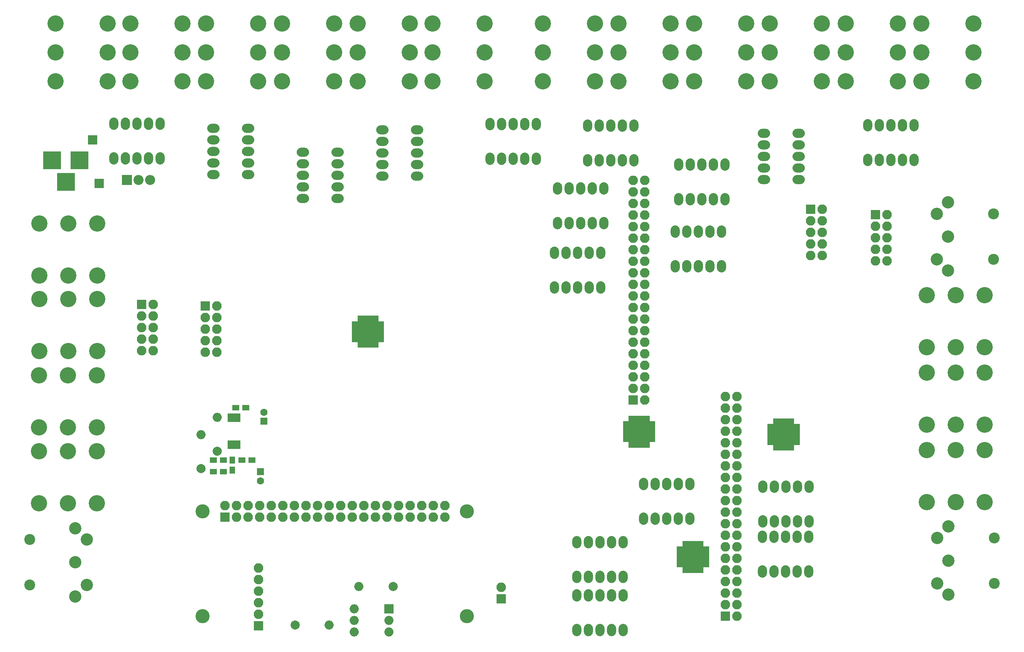
<source format=gbs>
G04 #@! TF.GenerationSoftware,KiCad,Pcbnew,(5.1.2)-2*
G04 #@! TF.CreationDate,2019-08-05T18:25:16-04:00*
G04 #@! TF.ProjectId,LooperPCB,4c6f6f70-6572-4504-9342-2e6b69636164,rev?*
G04 #@! TF.SameCoordinates,Original*
G04 #@! TF.FileFunction,Soldermask,Bot*
G04 #@! TF.FilePolarity,Negative*
%FSLAX46Y46*%
G04 Gerber Fmt 4.6, Leading zero omitted, Abs format (unit mm)*
G04 Created by KiCad (PCBNEW (5.1.2)-2) date 2019-08-05 18:25:16*
%MOMM*%
%LPD*%
G04 APERTURE LIST*
%ADD10R,2.100000X2.100000*%
%ADD11C,3.100000*%
%ADD12C,2.000000*%
%ADD13O,2.000000X2.000000*%
%ADD14R,1.600000X1.600000*%
%ADD15C,1.600000*%
%ADD16R,3.900000X3.900000*%
%ADD17O,2.100000X2.100000*%
%ADD18O,2.000000X2.700000*%
%ADD19O,2.700000X2.000000*%
%ADD20R,2.200000X2.200000*%
%ADD21O,2.200000X2.200000*%
%ADD22R,1.400000X0.770000*%
%ADD23R,0.770000X1.400000*%
%ADD24R,1.462500X1.462500*%
%ADD25C,2.700000*%
%ADD26C,2.400000*%
%ADD27C,3.575000*%
%ADD28R,2.000000X2.000000*%
%ADD29R,1.300000X1.600000*%
%ADD30R,1.600000X1.300000*%
%ADD31R,0.850000X1.850000*%
G04 APERTURE END LIST*
D10*
X55800000Y-53800000D03*
D11*
X79900000Y-158400000D03*
X137900000Y-158400000D03*
X137900000Y-135400000D03*
D12*
X121700000Y-151900000D03*
D13*
X114200000Y-151900000D03*
D12*
X100200000Y-160400000D03*
D13*
X107700000Y-160400000D03*
D14*
X93400000Y-115600000D03*
D15*
X93400000Y-113600000D03*
D12*
X83100000Y-122200000D03*
D13*
X83100000Y-114700000D03*
D14*
X92600000Y-126700000D03*
D15*
X92600000Y-128700000D03*
D12*
X79600000Y-126000000D03*
D13*
X79600000Y-118500000D03*
D16*
X52900000Y-58300000D03*
X46900000Y-58300000D03*
X49900000Y-63000000D03*
D10*
X194600000Y-158400000D03*
D17*
X197140000Y-158400000D03*
X194600000Y-155860000D03*
X197140000Y-155860000D03*
X194600000Y-153320000D03*
X197140000Y-153320000D03*
X194600000Y-150780000D03*
X197140000Y-150780000D03*
X194600000Y-148240000D03*
X197140000Y-148240000D03*
X194600000Y-145700000D03*
X197140000Y-145700000D03*
X194600000Y-143160000D03*
X197140000Y-143160000D03*
X194600000Y-140620000D03*
X197140000Y-140620000D03*
X194600000Y-138080000D03*
X197140000Y-138080000D03*
X194600000Y-135540000D03*
X197140000Y-135540000D03*
X194600000Y-133000000D03*
X197140000Y-133000000D03*
X194600000Y-130460000D03*
X197140000Y-130460000D03*
X194600000Y-127920000D03*
X197140000Y-127920000D03*
X194600000Y-125380000D03*
X197140000Y-125380000D03*
X194600000Y-122840000D03*
X197140000Y-122840000D03*
X194600000Y-120300000D03*
X197140000Y-120300000D03*
X194600000Y-117760000D03*
X197140000Y-117760000D03*
X194600000Y-115220000D03*
X197140000Y-115220000D03*
X194600000Y-112680000D03*
X197140000Y-112680000D03*
X194600000Y-110140000D03*
X197140000Y-110140000D03*
D10*
X174400000Y-110900000D03*
D17*
X176940000Y-110900000D03*
X174400000Y-108360000D03*
X176940000Y-108360000D03*
X174400000Y-105820000D03*
X176940000Y-105820000D03*
X174400000Y-103280000D03*
X176940000Y-103280000D03*
X174400000Y-100740000D03*
X176940000Y-100740000D03*
X174400000Y-98200000D03*
X176940000Y-98200000D03*
X174400000Y-95660000D03*
X176940000Y-95660000D03*
X174400000Y-93120000D03*
X176940000Y-93120000D03*
X174400000Y-90580000D03*
X176940000Y-90580000D03*
X174400000Y-88040000D03*
X176940000Y-88040000D03*
X174400000Y-85500000D03*
X176940000Y-85500000D03*
X174400000Y-82960000D03*
X176940000Y-82960000D03*
X174400000Y-80420000D03*
X176940000Y-80420000D03*
X174400000Y-77880000D03*
X176940000Y-77880000D03*
X174400000Y-75340000D03*
X176940000Y-75340000D03*
X174400000Y-72800000D03*
X176940000Y-72800000D03*
X174400000Y-70260000D03*
X176940000Y-70260000D03*
X174400000Y-67720000D03*
X176940000Y-67720000D03*
X174400000Y-65180000D03*
X176940000Y-65180000D03*
X174400000Y-62640000D03*
X176940000Y-62640000D03*
D10*
X84800000Y-136700000D03*
D17*
X84800000Y-134160000D03*
X87340000Y-136700000D03*
X87340000Y-134160000D03*
X89880000Y-136700000D03*
X89880000Y-134160000D03*
X92420000Y-136700000D03*
X92420000Y-134160000D03*
X94960000Y-136700000D03*
X94960000Y-134160000D03*
X97500000Y-136700000D03*
X97500000Y-134160000D03*
X100040000Y-136700000D03*
X100040000Y-134160000D03*
X102580000Y-136700000D03*
X102580000Y-134160000D03*
X105120000Y-136700000D03*
X105120000Y-134160000D03*
X107660000Y-136700000D03*
X107660000Y-134160000D03*
X110200000Y-136700000D03*
X110200000Y-134160000D03*
X112740000Y-136700000D03*
X112740000Y-134160000D03*
X115280000Y-136700000D03*
X115280000Y-134160000D03*
X117820000Y-136700000D03*
X117820000Y-134160000D03*
X120360000Y-136700000D03*
X120360000Y-134160000D03*
X122900000Y-136700000D03*
X122900000Y-134160000D03*
X125440000Y-136700000D03*
X125440000Y-134160000D03*
X127980000Y-136700000D03*
X127980000Y-134160000D03*
X130520000Y-136700000D03*
X130520000Y-134160000D03*
X133060000Y-136700000D03*
X133060000Y-134160000D03*
D10*
X92200000Y-160500000D03*
D17*
X92200000Y-157960000D03*
X92200000Y-155420000D03*
X92200000Y-152880000D03*
X92200000Y-150340000D03*
X92200000Y-147800000D03*
D10*
X145400000Y-154600000D03*
D17*
X145400000Y-152060000D03*
D18*
X193800000Y-73900000D03*
X191260000Y-73900000D03*
X188720000Y-73900000D03*
X186180000Y-73900000D03*
X183640000Y-73900000D03*
X183640000Y-81520000D03*
X186180000Y-81520000D03*
X188720000Y-81520000D03*
X191260000Y-81520000D03*
X193800000Y-81520000D03*
X194500000Y-59200000D03*
X191960000Y-59200000D03*
X189420000Y-59200000D03*
X186880000Y-59200000D03*
X184340000Y-59200000D03*
X184340000Y-66820000D03*
X186880000Y-66820000D03*
X189420000Y-66820000D03*
X191960000Y-66820000D03*
X194500000Y-66820000D03*
X164400000Y-58300000D03*
X166940000Y-58300000D03*
X169480000Y-58300000D03*
X172020000Y-58300000D03*
X174560000Y-58300000D03*
X174560000Y-50680000D03*
X172020000Y-50680000D03*
X169480000Y-50680000D03*
X166940000Y-50680000D03*
X164400000Y-50680000D03*
X157800000Y-72100000D03*
X160340000Y-72100000D03*
X162880000Y-72100000D03*
X165420000Y-72100000D03*
X167960000Y-72100000D03*
X167960000Y-64480000D03*
X165420000Y-64480000D03*
X162880000Y-64480000D03*
X160340000Y-64480000D03*
X157800000Y-64480000D03*
D19*
X210700000Y-62500000D03*
X210700000Y-59960000D03*
X210700000Y-57420000D03*
X210700000Y-54880000D03*
X210700000Y-52340000D03*
X203080000Y-52340000D03*
X203080000Y-54880000D03*
X203080000Y-57420000D03*
X203080000Y-59960000D03*
X203080000Y-62500000D03*
D18*
X157100000Y-86200000D03*
X159640000Y-86200000D03*
X162180000Y-86200000D03*
X164720000Y-86200000D03*
X167260000Y-86200000D03*
X167260000Y-78580000D03*
X164720000Y-78580000D03*
X162180000Y-78580000D03*
X159640000Y-78580000D03*
X157100000Y-78580000D03*
X225900000Y-58200000D03*
X228440000Y-58200000D03*
X230980000Y-58200000D03*
X233520000Y-58200000D03*
X236060000Y-58200000D03*
X236060000Y-50580000D03*
X233520000Y-50580000D03*
X230980000Y-50580000D03*
X228440000Y-50580000D03*
X225900000Y-50580000D03*
X176700000Y-137000000D03*
X179240000Y-137000000D03*
X181780000Y-137000000D03*
X184320000Y-137000000D03*
X186860000Y-137000000D03*
X186860000Y-129380000D03*
X184320000Y-129380000D03*
X181780000Y-129380000D03*
X179240000Y-129380000D03*
X176700000Y-129380000D03*
D19*
X109500000Y-66600000D03*
X109500000Y-64060000D03*
X109500000Y-61520000D03*
X109500000Y-58980000D03*
X109500000Y-56440000D03*
X101880000Y-56440000D03*
X101880000Y-58980000D03*
X101880000Y-61520000D03*
X101880000Y-64060000D03*
X101880000Y-66600000D03*
D18*
X143000000Y-57900000D03*
X145540000Y-57900000D03*
X148080000Y-57900000D03*
X150620000Y-57900000D03*
X153160000Y-57900000D03*
X153160000Y-50280000D03*
X150620000Y-50280000D03*
X148080000Y-50280000D03*
X145540000Y-50280000D03*
X143000000Y-50280000D03*
D19*
X127000000Y-61700000D03*
X127000000Y-59160000D03*
X127000000Y-56620000D03*
X127000000Y-54080000D03*
X127000000Y-51540000D03*
X119380000Y-51540000D03*
X119380000Y-54080000D03*
X119380000Y-56620000D03*
X119380000Y-59160000D03*
X119380000Y-61700000D03*
X89900000Y-61400000D03*
X89900000Y-58860000D03*
X89900000Y-56320000D03*
X89900000Y-53780000D03*
X89900000Y-51240000D03*
X82280000Y-51240000D03*
X82280000Y-53780000D03*
X82280000Y-56320000D03*
X82280000Y-58860000D03*
X82280000Y-61400000D03*
D18*
X70600000Y-50200000D03*
X68060000Y-50200000D03*
X65520000Y-50200000D03*
X62980000Y-50200000D03*
X60440000Y-50200000D03*
X60440000Y-57820000D03*
X62980000Y-57820000D03*
X65520000Y-57820000D03*
X68060000Y-57820000D03*
X70600000Y-57820000D03*
X213000000Y-130000000D03*
X210460000Y-130000000D03*
X207920000Y-130000000D03*
X205380000Y-130000000D03*
X202840000Y-130000000D03*
X202840000Y-137620000D03*
X205380000Y-137620000D03*
X207920000Y-137620000D03*
X210460000Y-137620000D03*
X213000000Y-137620000D03*
X212900000Y-141000000D03*
X210360000Y-141000000D03*
X207820000Y-141000000D03*
X205280000Y-141000000D03*
X202740000Y-141000000D03*
X202740000Y-148620000D03*
X205280000Y-148620000D03*
X207820000Y-148620000D03*
X210360000Y-148620000D03*
X212900000Y-148620000D03*
X162000000Y-149800000D03*
X164540000Y-149800000D03*
X167080000Y-149800000D03*
X169620000Y-149800000D03*
X172160000Y-149800000D03*
X172160000Y-142180000D03*
X169620000Y-142180000D03*
X167080000Y-142180000D03*
X164540000Y-142180000D03*
X162000000Y-142180000D03*
X162000000Y-161500000D03*
X164540000Y-161500000D03*
X167080000Y-161500000D03*
X169620000Y-161500000D03*
X172160000Y-161500000D03*
X172160000Y-153880000D03*
X169620000Y-153880000D03*
X167080000Y-153880000D03*
X164540000Y-153880000D03*
X162000000Y-153880000D03*
D10*
X57200000Y-63300000D03*
D20*
X63300000Y-62600000D03*
D21*
X65840000Y-62600000D03*
X68380000Y-62600000D03*
D22*
X119050000Y-93950000D03*
X119050000Y-94600000D03*
X119050000Y-95250000D03*
X119050000Y-95900000D03*
X119050000Y-96550000D03*
X119050000Y-97200000D03*
X119050000Y-97850000D03*
D23*
X118150000Y-98750000D03*
X117500000Y-98750000D03*
X116850000Y-98750000D03*
X116200000Y-98750000D03*
X115550000Y-98750000D03*
X114900000Y-98750000D03*
X114250000Y-98750000D03*
D22*
X113350000Y-97850000D03*
X113350000Y-97200000D03*
X113350000Y-96550000D03*
X113350000Y-95900000D03*
X113350000Y-95250000D03*
X113350000Y-94600000D03*
X113350000Y-93950000D03*
D23*
X114250000Y-93050000D03*
X114900000Y-93050000D03*
X115550000Y-93050000D03*
X116200000Y-93050000D03*
X116850000Y-93050000D03*
X117500000Y-93050000D03*
X118150000Y-93050000D03*
D24*
X114606250Y-97493750D03*
X114606250Y-96431250D03*
X114606250Y-95368750D03*
X114606250Y-94306250D03*
X115668750Y-97493750D03*
X115668750Y-96431250D03*
X115668750Y-95368750D03*
X115668750Y-94306250D03*
X116731250Y-97493750D03*
X116731250Y-96431250D03*
X116731250Y-95368750D03*
X116731250Y-94306250D03*
X117793750Y-97493750D03*
X117793750Y-96431250D03*
X117793750Y-95368750D03*
X117793750Y-94306250D03*
D22*
X172850000Y-119850000D03*
X172850000Y-119200000D03*
X172850000Y-118550000D03*
X172850000Y-117900000D03*
X172850000Y-117250000D03*
X172850000Y-116600000D03*
X172850000Y-115950000D03*
D23*
X173750000Y-115050000D03*
X174400000Y-115050000D03*
X175050000Y-115050000D03*
X175700000Y-115050000D03*
X176350000Y-115050000D03*
X177000000Y-115050000D03*
X177650000Y-115050000D03*
D22*
X178550000Y-115950000D03*
X178550000Y-116600000D03*
X178550000Y-117250000D03*
X178550000Y-117900000D03*
X178550000Y-118550000D03*
X178550000Y-119200000D03*
X178550000Y-119850000D03*
D23*
X177650000Y-120750000D03*
X177000000Y-120750000D03*
X176350000Y-120750000D03*
X175700000Y-120750000D03*
X175050000Y-120750000D03*
X174400000Y-120750000D03*
X173750000Y-120750000D03*
D24*
X177293750Y-116306250D03*
X177293750Y-117368750D03*
X177293750Y-118431250D03*
X177293750Y-119493750D03*
X176231250Y-116306250D03*
X176231250Y-117368750D03*
X176231250Y-118431250D03*
X176231250Y-119493750D03*
X175168750Y-116306250D03*
X175168750Y-117368750D03*
X175168750Y-118431250D03*
X175168750Y-119493750D03*
X174106250Y-116306250D03*
X174106250Y-117368750D03*
X174106250Y-118431250D03*
X174106250Y-119493750D03*
D23*
X205450000Y-115650000D03*
X206100000Y-115650000D03*
X206750000Y-115650000D03*
X207400000Y-115650000D03*
X208050000Y-115650000D03*
X208700000Y-115650000D03*
X209350000Y-115650000D03*
D22*
X210250000Y-116550000D03*
X210250000Y-117200000D03*
X210250000Y-117850000D03*
X210250000Y-118500000D03*
X210250000Y-119150000D03*
X210250000Y-119800000D03*
X210250000Y-120450000D03*
D23*
X209350000Y-121350000D03*
X208700000Y-121350000D03*
X208050000Y-121350000D03*
X207400000Y-121350000D03*
X206750000Y-121350000D03*
X206100000Y-121350000D03*
X205450000Y-121350000D03*
D22*
X204550000Y-120450000D03*
X204550000Y-119800000D03*
X204550000Y-119150000D03*
X204550000Y-118500000D03*
X204550000Y-117850000D03*
X204550000Y-117200000D03*
X204550000Y-116550000D03*
D24*
X208993750Y-120093750D03*
X207931250Y-120093750D03*
X206868750Y-120093750D03*
X205806250Y-120093750D03*
X208993750Y-119031250D03*
X207931250Y-119031250D03*
X206868750Y-119031250D03*
X205806250Y-119031250D03*
X208993750Y-117968750D03*
X207931250Y-117968750D03*
X206868750Y-117968750D03*
X205806250Y-117968750D03*
X208993750Y-116906250D03*
X207931250Y-116906250D03*
X206868750Y-116906250D03*
X205806250Y-116906250D03*
D22*
X190350000Y-143450000D03*
X190350000Y-144100000D03*
X190350000Y-144750000D03*
X190350000Y-145400000D03*
X190350000Y-146050000D03*
X190350000Y-146700000D03*
X190350000Y-147350000D03*
D23*
X189450000Y-148250000D03*
X188800000Y-148250000D03*
X188150000Y-148250000D03*
X187500000Y-148250000D03*
X186850000Y-148250000D03*
X186200000Y-148250000D03*
X185550000Y-148250000D03*
D22*
X184650000Y-147350000D03*
X184650000Y-146700000D03*
X184650000Y-146050000D03*
X184650000Y-145400000D03*
X184650000Y-144750000D03*
X184650000Y-144100000D03*
X184650000Y-143450000D03*
D23*
X185550000Y-142550000D03*
X186200000Y-142550000D03*
X186850000Y-142550000D03*
X187500000Y-142550000D03*
X188150000Y-142550000D03*
X188800000Y-142550000D03*
X189450000Y-142550000D03*
D24*
X185906250Y-146993750D03*
X185906250Y-145931250D03*
X185906250Y-144868750D03*
X185906250Y-143806250D03*
X186968750Y-146993750D03*
X186968750Y-145931250D03*
X186968750Y-144868750D03*
X186968750Y-143806250D03*
X188031250Y-146993750D03*
X188031250Y-145931250D03*
X188031250Y-144868750D03*
X188031250Y-143806250D03*
X189093750Y-146993750D03*
X189093750Y-145931250D03*
X189093750Y-144868750D03*
X189093750Y-143806250D03*
D25*
X241100000Y-151200000D03*
D26*
X253600000Y-141200000D03*
D25*
X243600000Y-153700000D03*
X243600000Y-146200000D03*
X243600000Y-138700000D03*
X241100000Y-141200000D03*
D26*
X253600000Y-151200000D03*
D25*
X241000000Y-80000000D03*
D26*
X253500000Y-70000000D03*
D25*
X243500000Y-82500000D03*
X243500000Y-75000000D03*
X243500000Y-67500000D03*
X241000000Y-70000000D03*
D26*
X253500000Y-80000000D03*
D27*
X237600000Y-40895000D03*
X237600000Y-28186200D03*
X249030000Y-28186100D03*
X249030000Y-40894900D03*
X237600000Y-34545000D03*
X249030000Y-34544900D03*
X221000000Y-40895000D03*
X221000000Y-28186200D03*
X232430000Y-28186100D03*
X232430000Y-40894900D03*
X221000000Y-34545000D03*
X232430000Y-34544900D03*
X204400000Y-40895000D03*
X204400000Y-28186200D03*
X215830000Y-28186100D03*
X215830000Y-40894900D03*
X204400000Y-34545000D03*
X215830000Y-34544900D03*
X187800000Y-40895000D03*
X187800000Y-28186200D03*
X199230000Y-28186100D03*
X199230000Y-40894900D03*
X187800000Y-34545000D03*
X199230000Y-34544900D03*
X171200000Y-40895000D03*
X171200000Y-28186200D03*
X182630000Y-28186100D03*
X182630000Y-40894900D03*
X171200000Y-34545000D03*
X182630000Y-34544900D03*
X154600000Y-40895000D03*
X154600000Y-28186200D03*
X166030000Y-28186100D03*
X166030000Y-40894900D03*
X154600000Y-34545000D03*
X166030000Y-34544900D03*
X130400000Y-40895000D03*
X130400000Y-28186200D03*
X141830000Y-28186100D03*
X141830000Y-40894900D03*
X130400000Y-34545000D03*
X141830000Y-34544900D03*
X113900000Y-40895000D03*
X113900000Y-28186200D03*
X125330000Y-28186100D03*
X125330000Y-40894900D03*
X113900000Y-34545000D03*
X125330000Y-34544900D03*
X97300000Y-40895000D03*
X97300000Y-28186200D03*
X108730000Y-28186100D03*
X108730000Y-40894900D03*
X97300000Y-34545000D03*
X108730000Y-34544900D03*
X80700000Y-40895000D03*
X80700000Y-28186200D03*
X92130000Y-28186100D03*
X92130000Y-40894900D03*
X80700000Y-34545000D03*
X92130000Y-34544900D03*
X64100000Y-40895000D03*
X64100000Y-28186200D03*
X75530000Y-28186100D03*
X75530000Y-40894900D03*
X64100000Y-34545000D03*
X75530000Y-34544900D03*
X47600000Y-40895000D03*
X47600000Y-28186200D03*
X59030000Y-28186100D03*
X59030000Y-40894900D03*
X47600000Y-34545000D03*
X59030000Y-34544900D03*
D25*
X54500000Y-141600000D03*
D26*
X42000000Y-151600000D03*
D25*
X52000000Y-139100000D03*
X52000000Y-146600000D03*
X52000000Y-154100000D03*
X54500000Y-151600000D03*
D26*
X42000000Y-141600000D03*
D27*
X56795000Y-83600000D03*
X44086200Y-83600000D03*
X44086100Y-72170000D03*
X56794900Y-72170000D03*
X50445000Y-83600000D03*
X50444900Y-72170000D03*
X56795000Y-100200000D03*
X44086200Y-100200000D03*
X44086100Y-88770000D03*
X56794900Y-88770000D03*
X50445000Y-100200000D03*
X50444900Y-88770000D03*
X56695000Y-116900000D03*
X43986200Y-116900000D03*
X43986100Y-105470000D03*
X56694900Y-105470000D03*
X50345000Y-116900000D03*
X50344900Y-105470000D03*
X56695000Y-133600000D03*
X43986200Y-133600000D03*
X43986100Y-122170000D03*
X56694900Y-122170000D03*
X50345000Y-133600000D03*
X50344900Y-122170000D03*
D28*
X120800000Y-156800000D03*
D13*
X113180000Y-161880000D03*
X120800000Y-159340000D03*
X113180000Y-159340000D03*
X120800000Y-161880000D03*
X113180000Y-156800000D03*
D27*
X238805000Y-121900000D03*
X251513800Y-121900000D03*
X251513900Y-133330000D03*
X238805100Y-133330000D03*
X245155000Y-121900000D03*
X245155100Y-133330000D03*
X238805000Y-87900000D03*
X251513800Y-87900000D03*
X251513900Y-99330000D03*
X238805100Y-99330000D03*
X245155000Y-87900000D03*
X245155100Y-99330000D03*
X238805000Y-104900000D03*
X251513800Y-104900000D03*
X251513900Y-116330000D03*
X238805100Y-116330000D03*
X245155000Y-104900000D03*
X245155100Y-116330000D03*
D11*
X79900000Y-135400000D03*
D29*
X86400000Y-124100000D03*
X86400000Y-126300000D03*
D30*
X90700000Y-124100000D03*
X88500000Y-124100000D03*
X82300000Y-124100000D03*
X84500000Y-124100000D03*
X82300000Y-126700000D03*
X84500000Y-126700000D03*
X89400000Y-112600000D03*
X87200000Y-112600000D03*
D31*
X85825000Y-114850000D03*
X86475000Y-114850000D03*
X87125000Y-114850000D03*
X87775000Y-114850000D03*
X87775000Y-120750000D03*
X87125000Y-120750000D03*
X86475000Y-120750000D03*
X85825000Y-120750000D03*
D10*
X213300000Y-69000000D03*
D17*
X215840000Y-69000000D03*
X213300000Y-71540000D03*
X215840000Y-71540000D03*
X213300000Y-74080000D03*
X215840000Y-74080000D03*
X213300000Y-76620000D03*
X215840000Y-76620000D03*
X213300000Y-79160000D03*
X215840000Y-79160000D03*
D10*
X227600000Y-70200000D03*
D17*
X230140000Y-70200000D03*
X227600000Y-72740000D03*
X230140000Y-72740000D03*
X227600000Y-75280000D03*
X230140000Y-75280000D03*
X227600000Y-77820000D03*
X230140000Y-77820000D03*
X227600000Y-80360000D03*
X230140000Y-80360000D03*
D10*
X80500000Y-90300000D03*
D17*
X83040000Y-90300000D03*
X80500000Y-92840000D03*
X83040000Y-92840000D03*
X80500000Y-95380000D03*
X83040000Y-95380000D03*
X80500000Y-97920000D03*
X83040000Y-97920000D03*
X80500000Y-100460000D03*
X83040000Y-100460000D03*
D10*
X66500000Y-89900000D03*
D17*
X69040000Y-89900000D03*
X66500000Y-92440000D03*
X69040000Y-92440000D03*
X66500000Y-94980000D03*
X69040000Y-94980000D03*
X66500000Y-97520000D03*
X69040000Y-97520000D03*
X66500000Y-100060000D03*
X69040000Y-100060000D03*
M02*

</source>
